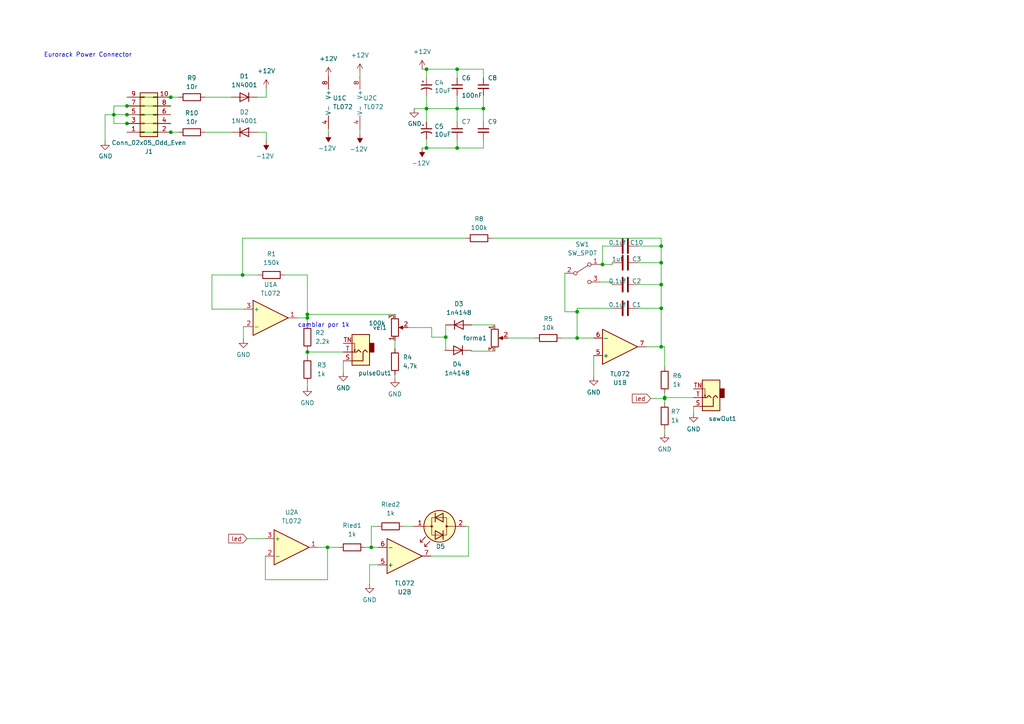
<source format=kicad_sch>
(kicad_sch (version 20230121) (generator eeschema)
  (paper "A4")
  (lib_symbols
    (symbol "Amplifier_Operational:TL072" (pin_names (offset 0.127))
      (property "Reference" "U" (at 0 5.08 0))
      (property "Value" "TL072" (at 0 -5.08 0))
      (symbol "TL072_1_1"
        (polyline (pts (xy -5.08 5.08) (xy 5.08 0) (xy -5.08 -5.08) (xy -5.08 5.08)) (stroke (width 0.254)) (fill (type background)))
        (pin output line (at 7.62 0 180) (length 2.54) (name "~") (number "1"))
        (pin input line (at -7.62 -2.54 0) (length 2.54) (name "-") (number "2"))
        (pin input line (at -7.62 2.54 0) (length 2.54) (name "+") (number "3"))
      )
      (symbol "TL072_2_1"
        (polyline (pts (xy -5.08 5.08) (xy 5.08 0) (xy -5.08 -5.08) (xy -5.08 5.08)) (stroke (width 0.254)) (fill (type background)))
        (pin input line (at -7.62 2.54 0) (length 2.54) (name "+") (number "5"))
        (pin input line (at -7.62 -2.54 0) (length 2.54) (name "-") (number "6"))
        (pin output line (at 7.62 0 180) (length 2.54) (name "~") (number "7"))
      )
      (symbol "TL072_3_1"
        (pin power_in line (at -2.54 -7.62 90) (length 3.81) (name "V-") (number "4"))
        (pin power_in line (at -2.54 7.62 270) (length 3.81) (name "V+") (number "8"))
      )
    )
    (symbol "Connector_Audio:AudioJack2_SwitchT"
      (property "Reference" "J" (at 0 8.89 0))
      (property "Value" "AudioJack2_SwitchT" (at 0 6.35 0))
      (symbol "AudioJack2_SwitchT_0_1"
        (rectangle (start -2.54 0) (end -3.81 -2.54) (stroke (width 0.254)) (fill (type outline)))
        (polyline (pts (xy 1.778 -0.254) (xy 2.032 -0.762)))
        (polyline (pts (xy 0 0) (xy 0.635 -0.635) (xy 1.27 0) (xy 2.54 0)) (stroke (width 0.254)))
        (polyline (pts (xy 2.54 -2.54) (xy 1.778 -2.54) (xy 1.778 -0.254) (xy 1.524 -0.762)))
        (polyline (pts (xy 2.54 2.54) (xy -0.635 2.54) (xy -0.635 0) (xy -1.27 -0.635) (xy -1.905 0)) (stroke (width 0.254)))
        (rectangle (start 2.54 3.81) (end -2.54 -5.08) (stroke (width 0.254)) (fill (type background)))
      )
      (symbol "AudioJack2_SwitchT_1_1"
        (pin passive line (at 5.08 2.54 180) (length 2.54) (name "~") (number "S"))
        (pin passive line (at 5.08 0 180) (length 2.54) (name "~") (number "T"))
        (pin passive line (at 5.08 -2.54 180) (length 2.54) (name "~") (number "TN"))
      )
    )
    (symbol "Connector_Generic:Conn_02x05_Odd_Even" (pin_names (offset 1.016) hide)
      (property "Reference" "J" (at 1.27 7.62 0))
      (property "Value" "Conn_02x05_Odd_Even" (at 1.27 -7.62 0))
      (symbol "Conn_02x05_Odd_Even_1_1"
        (rectangle (start -1.27 -4.953) (end 0 -5.207) (stroke (width 0.1524)))
        (rectangle (start -1.27 -2.413) (end 0 -2.667) (stroke (width 0.1524)))
        (rectangle (start -1.27 0.127) (end 0 -0.127) (stroke (width 0.1524)))
        (rectangle (start -1.27 2.667) (end 0 2.413) (stroke (width 0.1524)))
        (rectangle (start -1.27 5.207) (end 0 4.953) (stroke (width 0.1524)))
        (rectangle (start -1.27 6.35) (end 3.81 -6.35) (stroke (width 0.254)) (fill (type background)))
        (rectangle (start 3.81 -4.953) (end 2.54 -5.207) (stroke (width 0.1524)))
        (rectangle (start 3.81 -2.413) (end 2.54 -2.667) (stroke (width 0.1524)))
        (rectangle (start 3.81 0.127) (end 2.54 -0.127) (stroke (width 0.1524)))
        (rectangle (start 3.81 2.667) (end 2.54 2.413) (stroke (width 0.1524)))
        (rectangle (start 3.81 5.207) (end 2.54 4.953) (stroke (width 0.1524)))
        (pin passive line (at -5.08 5.08 0) (length 3.81) (name "Pin_1") (number "1"))
        (pin passive line (at 7.62 -5.08 180) (length 3.81) (name "Pin_10") (number "10"))
        (pin passive line (at 7.62 5.08 180) (length 3.81) (name "Pin_2") (number "2"))
        (pin passive line (at -5.08 2.54 0) (length 3.81) (name "Pin_3") (number "3"))
        (pin passive line (at 7.62 2.54 180) (length 3.81) (name "Pin_4") (number "4"))
        (pin passive line (at -5.08 0 0) (length 3.81) (name "Pin_5") (number "5"))
        (pin passive line (at 7.62 0 180) (length 3.81) (name "Pin_6") (number "6"))
        (pin passive line (at -5.08 -2.54 0) (length 3.81) (name "Pin_7") (number "7"))
        (pin passive line (at 7.62 -2.54 180) (length 3.81) (name "Pin_8") (number "8"))
        (pin passive line (at -5.08 -5.08 0) (length 3.81) (name "Pin_9") (number "9"))
      )
    )
    (symbol "Device:C" (pin_numbers hide) (pin_names (offset 0.254))
      (property "Reference" "C" (at 0.635 2.54 0))
      (property "Value" "C" (at 0.635 -2.54 0))
      (symbol "C_0_1"
        (polyline (pts (xy -2.032 -0.762) (xy 2.032 -0.762)) (stroke (width 0.508)))
        (polyline (pts (xy -2.032 0.762) (xy 2.032 0.762)) (stroke (width 0.508)))
      )
      (symbol "C_1_1"
        (pin passive line (at 0 3.81 270) (length 2.794) (name "~") (number "1"))
        (pin passive line (at 0 -3.81 90) (length 2.794) (name "~") (number "2"))
      )
    )
    (symbol "Device:CP1_Small" (pin_numbers hide) (pin_names (offset 0.254) hide)
      (property "Reference" "C" (at 0.254 1.778 0))
      (property "Value" "Device_CP1_Small" (at 0.254 -2.032 0))
      (symbol "CP1_Small_0_1"
        (polyline (pts (xy -1.524 0.508) (xy 1.524 0.508)) (stroke (width 0.3048)))
        (polyline (pts (xy -1.27 1.524) (xy -0.762 1.524)))
        (polyline (pts (xy -1.016 1.27) (xy -1.016 1.778)))
        (arc (start 1.524 -0.762) (mid 0 -0.3734) (end -1.524 -0.762) (stroke (width 0.3048)))
      )
      (symbol "CP1_Small_1_1"
        (pin passive line (at 0 2.54 270) (length 2.032) (name "~") (number "1"))
        (pin passive line (at 0 -2.54 90) (length 2.032) (name "~") (number "2"))
      )
    )
    (symbol "Device:C_Small" (pin_numbers hide) (pin_names (offset 0.254) hide)
      (property "Reference" "C" (at 0.254 1.778 0))
      (property "Value" "C_Small" (at 0.254 -2.032 0))
      (symbol "C_Small_0_1"
        (polyline (pts (xy -1.524 -0.508) (xy 1.524 -0.508)) (stroke (width 0.3302)))
        (polyline (pts (xy -1.524 0.508) (xy 1.524 0.508)) (stroke (width 0.3048)))
      )
      (symbol "C_Small_1_1"
        (pin passive line (at 0 2.54 270) (length 2.032) (name "~") (number "1"))
        (pin passive line (at 0 -2.54 90) (length 2.032) (name "~") (number "2"))
      )
    )
    (symbol "Device:D" (pin_numbers hide) (pin_names (offset 1.016) hide)
      (property "Reference" "D" (at 0 2.54 0))
      (property "Value" "D" (at 0 -2.54 0))
      (symbol "D_0_1"
        (polyline (pts (xy -1.27 1.27) (xy -1.27 -1.27)) (stroke (width 0.254)))
        (polyline (pts (xy 1.27 0) (xy -1.27 0)))
        (polyline (pts (xy 1.27 1.27) (xy 1.27 -1.27) (xy -1.27 0) (xy 1.27 1.27)) (stroke (width 0.254)))
      )
      (symbol "D_1_1"
        (pin passive line (at -3.81 0 0) (length 2.54) (name "K") (number "1"))
        (pin passive line (at 3.81 0 180) (length 2.54) (name "A") (number "2"))
      )
    )
    (symbol "Device:LED_Dual_Bidirectional" (pin_names (offset 0) hide)
      (property "Reference" "D" (at 0 5.715 0))
      (property "Value" "LED_Dual_Bidirectional" (at 0 -6.35 0))
      (symbol "LED_Dual_Bidirectional_0_1"
        (circle (center -2.032 0) (radius 0.254) (fill (type outline)))
        (polyline (pts (xy -4.572 0) (xy -2.54 0)))
        (polyline (pts (xy -2.032 0) (xy -2.54 0)))
        (polyline (pts (xy -1.016 3.81) (xy -1.016 1.27)) (stroke (width 0.254)))
        (polyline (pts (xy 1.27 -1.27) (xy 1.27 -3.81)) (stroke (width 0.254)))
        (polyline (pts (xy 4.064 0) (xy 2.286 0)) (fill (type outline)))
        (polyline (pts (xy 4.318 5.842) (xy 4.318 5.08)) (stroke (width 0.2032)))
        (polyline (pts (xy 5.588 4.572) (xy 5.588 3.81)) (stroke (width 0.2032)))
        (polyline (pts (xy 2.794 4.318) (xy 4.318 5.842) (xy 3.556 5.842)) (stroke (width 0.2032)))
        (polyline (pts (xy 4.064 3.048) (xy 5.588 4.572) (xy 4.826 4.572)) (stroke (width 0.2032)))
        (polyline (pts (xy -1.016 -1.27) (xy -1.016 -3.81) (xy 1.27 -2.54) (xy -1.016 -1.27)) (stroke (width 0.254)))
        (polyline (pts (xy 1.27 3.81) (xy 1.27 1.27) (xy -1.016 2.54) (xy 1.27 3.81)) (stroke (width 0.254)))
        (polyline (pts (xy 2.286 2.54) (xy -2.032 2.54) (xy -2.032 -2.54) (xy 2.286 -2.54) (xy 2.286 2.54)))
        (circle (center 0 0) (radius 4.572) (stroke (width 0.254)) (fill (type background)))
        (circle (center 2.286 0) (radius 0.254) (fill (type outline)))
      )
      (symbol "LED_Dual_Bidirectional_1_1"
        (pin input line (at 7.62 0 180) (length 3.81) (name "KA") (number "1"))
        (pin input line (at -7.62 0 0) (length 3.048) (name "AK") (number "2"))
      )
    )
    (symbol "Device:R" (pin_numbers hide) (pin_names (offset 0))
      (property "Reference" "R" (at 2.032 0 90))
      (property "Value" "R" (at 0 0 90))
      (symbol "R_0_1"
        (rectangle (start -1.016 -2.54) (end 1.016 2.54) (stroke (width 0.254)))
      )
      (symbol "R_1_1"
        (pin passive line (at 0 3.81 270) (length 1.27) (name "~") (number "1"))
        (pin passive line (at 0 -3.81 90) (length 1.27) (name "~") (number "2"))
      )
    )
    (symbol "Device:R_Potentiometer" (pin_names (offset 1.016) hide)
      (property "Reference" "RV" (at -4.445 0 90))
      (property "Value" "R_Potentiometer" (at -2.54 0 90))
      (symbol "R_Potentiometer_0_1"
        (polyline (pts (xy 2.54 0) (xy 1.524 0)))
        (polyline (pts (xy 1.143 0) (xy 2.286 0.508) (xy 2.286 -0.508) (xy 1.143 0)) (fill (type outline)))
        (rectangle (start 1.016 2.54) (end -1.016 -2.54) (stroke (width 0.254)))
      )
      (symbol "R_Potentiometer_1_1"
        (pin passive line (at 0 3.81 270) (length 1.27) (name "1") (number "1"))
        (pin passive line (at 3.81 0 180) (length 1.27) (name "2") (number "2"))
        (pin passive line (at 0 -3.81 90) (length 1.27) (name "3") (number "3"))
      )
    )
    (symbol "Diode:1N4001" (pin_numbers hide) (pin_names hide)
      (property "Reference" "D" (at 0 2.54 0))
      (property "Value" "1N4001" (at 0 -2.54 0))
      (symbol "1N4001_0_1"
        (polyline (pts (xy -1.27 1.27) (xy -1.27 -1.27)) (stroke (width 0.254)))
        (polyline (pts (xy 1.27 0) (xy -1.27 0)))
        (polyline (pts (xy 1.27 1.27) (xy 1.27 -1.27) (xy -1.27 0) (xy 1.27 1.27)) (stroke (width 0.254)))
      )
      (symbol "1N4001_1_1"
        (pin passive line (at -3.81 0 0) (length 2.54) (name "K") (number "1"))
        (pin passive line (at 3.81 0 180) (length 2.54) (name "A") (number "2"))
      )
    )
    (symbol "Switch:SW_SPDT" (pin_names (offset 0) hide)
      (property "Reference" "SW" (at 0 4.318 0))
      (property "Value" "SW_SPDT" (at 0 -5.08 0))
      (symbol "SW_SPDT_0_0"
        (circle (center -2.032 0) (radius 0.508))
        (circle (center 2.032 -2.54) (radius 0.508))
      )
      (symbol "SW_SPDT_0_1"
        (polyline (pts (xy -1.524 0.254) (xy 1.651 2.286)))
        (circle (center 2.032 2.54) (radius 0.508))
      )
      (symbol "SW_SPDT_1_1"
        (pin passive line (at 5.08 2.54 180) (length 2.54) (name "A") (number "1"))
        (pin passive line (at -5.08 0 0) (length 2.54) (name "B") (number "2"))
        (pin passive line (at 5.08 -2.54 180) (length 2.54) (name "C") (number "3"))
      )
    )
    (symbol "power:+12V" (power) (pin_names (offset 0))
      (property "Value" "+12V" (at 0 3.556 0))
      (symbol "+12V_0_1"
        (polyline (pts (xy -0.762 1.27) (xy 0 2.54)))
        (polyline (pts (xy 0 0) (xy 0 2.54)))
        (polyline (pts (xy 0 2.54) (xy 0.762 1.27)))
      )
      (symbol "+12V_1_1"
        (pin power_in line (at 0 0 90) (length 0) hide (name "+12V") (number "1"))
      )
    )
    (symbol "power:-12V" (power) (pin_names (offset 0))
      (property "Value" "-12V" (at 0 3.81 0))
      (symbol "-12V_0_0"
        (pin power_in line (at 0 0 90) (length 0) hide (name "-12V") (number "1"))
      )
      (symbol "-12V_0_1"
        (polyline (pts (xy 0 0) (xy 0 1.27) (xy 0.762 1.27) (xy 0 2.54) (xy -0.762 1.27) (xy 0 1.27)) (fill (type outline)))
      )
    )
    (symbol "power:GND" (power) (pin_names (offset 0))
      (property "Value" "GND" (at 0 -3.81 0))
      (symbol "GND_0_1"
        (polyline (pts (xy 0 0) (xy 0 -1.27) (xy 1.27 -1.27) (xy 0 -2.54) (xy -1.27 -1.27) (xy 0 -1.27)))
      )
      (symbol "GND_1_1"
        (pin power_in line (at 0 0 270) (length 0) hide (name "GND") (number "1"))
      )
    )
  )
  (junction (at 70.358 79.756))
  (junction (at 49.53 38.354))
  (junction (at 129.286 97.79))
  (junction (at 140.208 31.496))
  (junction (at 36.83 35.814))
  (junction (at 132.588 31.496))
  (junction (at 174.752 76.708))
  (junction (at 191.77 71.374))
  (junction (at 107.696 158.75))
  (junction (at 191.77 82.55))
  (junction (at 49.53 28.194))
  (junction (at 89.154 91.186))
  (junction (at 36.83 30.734))
  (junction (at 89.154 102.108))
  (junction (at 167.386 90.424))
  (junction (at 94.996 158.75))
  (junction (at 132.588 42.926))
  (junction (at 191.77 100.584))
  (junction (at 89.154 92.202))
  (junction (at 123.698 31.496))
  (junction (at 192.786 115.57))
  (junction (at 33.02 33.274))
  (junction (at 167.386 98.044))
  (junction (at 191.77 89.408))
  (junction (at 191.77 76.2))
  (junction (at 132.588 20.066))
  (junction (at 123.698 42.926))
  (junction (at 36.83 33.274))
  (junction (at 123.698 20.066))
  (junction (at 192.786 115.316))
  (wire (pts (xy 104.394 37.338) (xy 104.394 38.862)))
  (wire (pts (xy 129.286 101.6) (xy 129.032 101.6)))
  (wire (pts (xy 147.32 98.044) (xy 155.194 98.044)))
  (wire (pts (xy 94.996 158.75) (xy 94.996 168.148)))
  (wire (pts (xy 114.554 98.806) (xy 114.554 101.092)))
  (wire (pts (xy 36.83 33.274) (xy 49.53 33.274)))
  (wire (pts (xy 192.786 115.316) (xy 192.786 115.57)))
  (wire (pts (xy 177.546 81.788) (xy 173.99 81.788)))
  (wire (pts (xy 122.428 20.066) (xy 123.698 20.066)))
  (wire (pts (xy 99.568 104.648) (xy 99.568 107.95)))
  (wire (pts (xy 30.48 33.274) (xy 33.02 33.274)))
  (wire (pts (xy 74.676 38.354) (xy 77.216 38.354)))
  (wire (pts (xy 94.996 168.148) (xy 76.962 168.148)))
  (wire (pts (xy 105.918 158.75) (xy 107.696 158.75)))
  (wire (pts (xy 36.83 38.354) (xy 49.53 38.354)))
  (wire (pts (xy 33.02 30.734) (xy 36.83 30.734)))
  (wire (pts (xy 192.786 100.584) (xy 192.786 106.426)))
  (wire (pts (xy 172.212 103.124) (xy 172.212 109.22)))
  (wire (pts (xy 201.168 117.856) (xy 201.168 119.888)))
  (wire (pts (xy 74.676 28.194) (xy 77.216 28.194)))
  (wire (pts (xy 177.546 71.374) (xy 174.752 71.374)))
  (wire (pts (xy 123.698 20.066) (xy 132.588 20.066)))
  (wire (pts (xy 125.222 97.79) (xy 129.286 97.79)))
  (wire (pts (xy 142.748 69.088) (xy 191.77 69.088)))
  (wire (pts (xy 104.394 21.082) (xy 104.394 22.098)))
  (wire (pts (xy 132.588 20.066) (xy 140.208 20.066)))
  (wire (pts (xy 92.202 158.75) (xy 94.996 158.75)))
  (wire (pts (xy 76.962 168.148) (xy 76.962 161.29)))
  (wire (pts (xy 123.698 40.386) (xy 123.698 42.926)))
  (wire (pts (xy 132.588 40.386) (xy 132.588 42.926)))
  (wire (pts (xy 33.02 33.274) (xy 36.83 33.274)))
  (wire (pts (xy 135.128 69.088) (xy 70.358 69.088)))
  (wire (pts (xy 177.546 89.408) (xy 167.386 89.408)))
  (wire (pts (xy 59.436 28.194) (xy 67.056 28.194)))
  (wire (pts (xy 89.154 102.108) (xy 99.568 102.108)))
  (wire (pts (xy 82.55 79.756) (xy 89.154 79.756)))
  (wire (pts (xy 89.154 92.202) (xy 86.106 92.202)))
  (wire (pts (xy 49.53 38.354) (xy 51.816 38.354)))
  (wire (pts (xy 129.286 97.79) (xy 129.286 101.6)))
  (wire (pts (xy 163.83 90.424) (xy 167.386 90.424)))
  (wire (pts (xy 107.188 169.418) (xy 107.188 163.83)))
  (wire (pts (xy 132.588 31.496) (xy 132.588 35.306)))
  (wire (pts (xy 140.208 40.386) (xy 140.208 42.926)))
  (wire (pts (xy 89.154 91.186) (xy 89.154 92.202)))
  (wire (pts (xy 185.166 89.408) (xy 191.77 89.408)))
  (wire (pts (xy 132.588 31.496) (xy 140.208 31.496)))
  (wire (pts (xy 74.93 79.756) (xy 70.358 79.756)))
  (wire (pts (xy 89.154 91.186) (xy 114.554 91.186)))
  (wire (pts (xy 135.128 152.654) (xy 135.89 152.654)))
  (wire (pts (xy 107.696 152.654) (xy 109.474 152.654)))
  (wire (pts (xy 191.77 82.55) (xy 191.77 89.408)))
  (wire (pts (xy 33.02 30.734) (xy 33.02 33.274)))
  (wire (pts (xy 140.208 27.686) (xy 140.208 31.496)))
  (wire (pts (xy 177.546 82.55) (xy 177.546 81.788)))
  (wire (pts (xy 77.216 25.654) (xy 77.216 28.194)))
  (wire (pts (xy 59.436 38.354) (xy 67.056 38.354)))
  (wire (pts (xy 107.188 163.83) (xy 109.728 163.83)))
  (wire (pts (xy 135.89 152.654) (xy 135.89 161.29)))
  (wire (pts (xy 177.546 76.708) (xy 177.546 76.2)))
  (wire (pts (xy 30.48 33.274) (xy 30.48 40.894)))
  (wire (pts (xy 120.142 31.496) (xy 123.698 31.496)))
  (wire (pts (xy 192.786 115.57) (xy 192.786 116.84)))
  (wire (pts (xy 61.468 79.756) (xy 61.468 89.662)))
  (wire (pts (xy 191.77 100.584) (xy 192.786 100.584)))
  (wire (pts (xy 114.554 108.712) (xy 114.554 109.728)))
  (wire (pts (xy 70.612 94.742) (xy 70.866 94.742)))
  (wire (pts (xy 89.154 79.756) (xy 89.154 91.186)))
  (wire (pts (xy 36.83 35.814) (xy 49.53 35.814)))
  (wire (pts (xy 89.154 92.202) (xy 89.154 93.98)))
  (wire (pts (xy 36.83 28.194) (xy 49.53 28.194)))
  (wire (pts (xy 187.452 100.584) (xy 191.77 100.584)))
  (wire (pts (xy 136.652 101.854) (xy 136.652 101.6)))
  (wire (pts (xy 191.77 69.088) (xy 191.77 71.374)))
  (wire (pts (xy 188.722 115.57) (xy 192.786 115.57)))
  (wire (pts (xy 167.386 98.044) (xy 172.212 98.044)))
  (wire (pts (xy 129.286 94.234) (xy 129.286 97.79)))
  (wire (pts (xy 191.77 76.2) (xy 191.77 82.55)))
  (wire (pts (xy 192.786 114.046) (xy 192.786 115.316)))
  (wire (pts (xy 185.166 82.55) (xy 191.77 82.55)))
  (wire (pts (xy 185.166 71.374) (xy 191.77 71.374)))
  (wire (pts (xy 135.89 161.29) (xy 124.968 161.29)))
  (wire (pts (xy 70.358 69.088) (xy 70.358 79.756)))
  (wire (pts (xy 140.208 31.496) (xy 140.208 35.306)))
  (wire (pts (xy 192.786 115.316) (xy 201.168 115.316)))
  (wire (pts (xy 173.99 76.708) (xy 174.752 76.708)))
  (wire (pts (xy 191.77 89.408) (xy 191.77 100.584)))
  (wire (pts (xy 89.154 101.6) (xy 89.154 102.108)))
  (wire (pts (xy 107.696 158.75) (xy 109.728 158.75)))
  (wire (pts (xy 140.208 20.066) (xy 140.208 22.606)))
  (wire (pts (xy 123.698 31.496) (xy 132.588 31.496)))
  (wire (pts (xy 70.612 98.298) (xy 70.612 94.742)))
  (wire (pts (xy 143.51 101.854) (xy 136.652 101.854)))
  (wire (pts (xy 174.752 76.708) (xy 177.546 76.708)))
  (wire (pts (xy 122.428 42.926) (xy 123.698 42.926)))
  (wire (pts (xy 132.588 22.606) (xy 132.588 20.066)))
  (wire (pts (xy 162.814 98.044) (xy 167.386 98.044)))
  (wire (pts (xy 107.696 152.654) (xy 107.696 158.75)))
  (wire (pts (xy 163.83 79.248) (xy 163.83 90.424)))
  (wire (pts (xy 123.698 42.926) (xy 132.588 42.926)))
  (wire (pts (xy 94.996 158.75) (xy 98.298 158.75)))
  (wire (pts (xy 123.698 27.686) (xy 123.698 31.496)))
  (wire (pts (xy 132.588 27.686) (xy 132.588 31.496)))
  (wire (pts (xy 70.358 79.756) (xy 61.468 79.756)))
  (wire (pts (xy 77.216 40.894) (xy 77.216 38.354)))
  (wire (pts (xy 89.154 110.998) (xy 89.154 112.268)))
  (wire (pts (xy 123.698 22.606) (xy 123.698 20.066)))
  (wire (pts (xy 89.154 102.108) (xy 89.154 103.378)))
  (wire (pts (xy 167.386 90.424) (xy 167.386 98.044)))
  (wire (pts (xy 36.83 30.734) (xy 49.53 30.734)))
  (wire (pts (xy 33.02 33.274) (xy 33.02 35.814)))
  (wire (pts (xy 61.468 89.662) (xy 70.866 89.662)))
  (wire (pts (xy 123.698 31.496) (xy 123.698 35.306)))
  (wire (pts (xy 117.094 152.654) (xy 119.888 152.654)))
  (wire (pts (xy 167.386 89.408) (xy 167.386 90.424)))
  (wire (pts (xy 118.364 94.996) (xy 125.222 94.996)))
  (wire (pts (xy 33.02 35.814) (xy 36.83 35.814)))
  (wire (pts (xy 71.628 156.21) (xy 76.962 156.21)))
  (wire (pts (xy 49.53 28.194) (xy 51.816 28.194)))
  (wire (pts (xy 125.222 94.996) (xy 125.222 97.79)))
  (wire (pts (xy 136.906 94.234) (xy 143.51 94.234)))
  (wire (pts (xy 191.77 71.374) (xy 191.77 76.2)))
  (wire (pts (xy 132.588 42.926) (xy 140.208 42.926)))
  (wire (pts (xy 185.166 76.2) (xy 191.77 76.2)))
  (wire (pts (xy 192.786 124.46) (xy 192.786 125.73)))
  (wire (pts (xy 174.752 71.374) (xy 174.752 76.708)))
  (wire (pts (xy 95.25 37.338) (xy 95.25 38.608)))
  (text "cambiar por 1k\n" (at 86.36 95.123 0) (effects (font (size 1.27 1.27)) (justify left bottom)))
  (text "Eurorack Power Connector" (at 12.7 16.764 0) (effects (font (size 1.27 1.27)) (justify left bottom)))
  (global_label "led" (shape input) (at 188.722 115.57 180) (property "Intersheetrefs" "${INTERSHEET_REFS}" (effects hide)))
  (global_label "led" (shape input) (at 71.628 156.21 180) (property "Intersheetrefs" "${INTERSHEET_REFS}" (effects hide)))
  (symbol (lib_id "power:-12V") (at 77.216 40.894 180) (unit 1)
    (property "Reference" "#PWR03" (effects hide))
    (property "Value" "-12V" (at 76.835 45.2882 0))
  )
  (symbol (lib_id "Device:C") (at 181.356 71.374 90) (unit 1)
    (property "Reference" "C10" (at 184.658 70.358 90))
    (property "Value" "0.1uf" (at 179.07 70.358 90))
    (property "Footprint" "Capacitor_THT:C_Disc_D4.3mm_W1.9mm_P5.00mm" (effects hide))
  )
  (symbol (lib_id "Device:R") (at 55.626 28.194 90) (unit 1)
    (property "Reference" "R9" (at 55.626 22.606 90))
    (property "Value" "10r" (at 55.626 25.146 90))
    (property "Footprint" "Resistor_SMD:R_0603_1608Metric_Pad0.98x0.95mm_HandSolder" (effects hide))
  )
  (symbol (lib_id "Amplifier_Operational:TL072") (at 179.832 100.584 0) (mirror x) (unit 2)
    (property "Reference" "U1" (at 179.832 110.998 0))
    (property "Value" "TL072" (at 179.832 108.458 0))
    (property "Footprint" "Package_SO:SOP-8_3.76x4.96mm_P1.27mm" (effects hide))
    (property "Datasheet" "http://www.ti.com/lit/ds/symlink/tl071.pdf" (effects hide))
  )
  (symbol (lib_id "Device:R") (at 113.284 152.654 90) (unit 1)
    (property "Reference" "Rled2" (at 113.284 146.304 90))
    (property "Value" "1k" (at 113.284 148.844 90))
    (property "Footprint" "Resistor_SMD:R_0603_1608Metric_Pad0.98x0.95mm_HandSolder" (effects hide))
  )
  (symbol (lib_id "Device:R") (at 89.154 97.79 0) (unit 1)
    (property "Reference" "R2" (at 91.44 96.52 0) (effects (justify left)))
    (property "Value" "2.2k" (at 91.44 99.06 0) (effects (justify left)))
    (property "Footprint" "Resistor_SMD:R_0603_1608Metric_Pad0.98x0.95mm_HandSolder" (effects hide))
  )
  (symbol (lib_id "power:GND") (at 89.154 112.268 0) (unit 1)
    (property "Reference" "#PWR06" (effects hide))
    (property "Value" "GND" (at 89.154 116.84 0))
  )
  (symbol (lib_id "power:+12V") (at 95.25 22.098 0) (unit 1)
    (property "Reference" "#PWR011" (effects hide))
    (property "Value" "+12V" (at 95.25 17.018 0))
  )
  (symbol (lib_id "Device:C_Small") (at 140.208 25.146 0) (unit 1)
    (property "Reference" "C8" (at 141.478 22.606 0) (effects (justify left)))
    (property "Value" "100nF" (effects hide))
    (property "Footprint" "Capacitor_SMD:C_0603_1608Metric_Pad1.08x0.95mm_HandSolder" (effects hide))
  )
  (symbol (lib_id "Amplifier_Operational:TL072") (at 106.934 29.718 0) (unit 3)
    (property "Reference" "U2" (at 105.41 28.448 0) (effects (justify left)))
    (property "Value" "TL072" (at 105.41 30.988 0) (effects (justify left)))
    (property "Footprint" "Package_SO:SOP-8_3.76x4.96mm_P1.27mm" (effects hide))
    (property "Datasheet" "http://www.ti.com/lit/ds/symlink/tl071.pdf" (effects hide))
  )
  (symbol (lib_id "power:+12V") (at 104.394 21.082 0) (unit 1)
    (property "Reference" "#PWR015" (effects hide))
    (property "Value" "+12V" (at 104.394 16.002 0))
  )
  (symbol (lib_id "Device:R") (at 114.554 104.902 0) (unit 1)
    (property "Reference" "R4" (at 116.84 103.632 0) (effects (justify left)))
    (property "Value" "4.7k" (at 116.84 106.172 0) (effects (justify left)))
    (property "Footprint" "Resistor_SMD:R_0603_1608Metric_Pad0.98x0.95mm_HandSolder" (effects hide))
  )
  (symbol (lib_id "Amplifier_Operational:TL072") (at 97.79 29.718 0) (unit 3)
    (property "Reference" "U1" (at 96.52 28.448 0) (effects (justify left)))
    (property "Value" "TL072" (at 96.52 30.988 0) (effects (justify left)))
    (property "Footprint" "Package_SO:SOP-8_3.76x4.96mm_P1.27mm" (effects hide))
    (property "Datasheet" "http://www.ti.com/lit/ds/symlink/tl071.pdf" (effects hide))
  )
  (symbol (lib_id "power:-12V") (at 104.394 38.862 180) (unit 1)
    (property "Reference" "#PWR014" (effects hide))
    (property "Value" "-12V" (at 104.013 43.2562 0))
  )
  (symbol (lib_id "power:GND") (at 192.786 125.73 0) (unit 1)
    (property "Reference" "#PWR09" (effects hide))
    (property "Value" "GND" (at 192.786 130.302 0))
  )
  (symbol (lib_id "Device:R") (at 89.154 107.188 0) (unit 1)
    (property "Reference" "R3" (at 91.948 105.918 0) (effects (justify left)))
    (property "Value" "1k" (at 91.948 108.458 0) (effects (justify left)))
    (property "Footprint" "Resistor_SMD:R_0603_1608Metric_Pad0.98x0.95mm_HandSolder" (effects hide))
  )
  (symbol (lib_id "Device:R_Potentiometer") (at 143.51 98.044 0) (unit 1)
    (property "Reference" "forma1" (at 141.224 98.044 0) (effects (justify right)))
    (property "Value" "500k" (effects hide))
    (property "Footprint" "0deS:PotGndPin1" (effects hide))
  )
  (symbol (lib_id "Device:R") (at 55.626 38.354 90) (unit 1)
    (property "Reference" "R10" (at 55.626 32.766 90))
    (property "Value" "10r" (at 55.626 35.306 90))
    (property "Footprint" "Resistor_SMD:R_0603_1608Metric_Pad0.98x0.95mm_HandSolder" (effects hide))
  )
  (symbol (lib_id "power:-12V") (at 122.428 42.926 180) (unit 1)
    (property "Reference" "#PWR017" (effects hide))
    (property "Value" "-12V" (at 122.047 47.3202 0))
  )
  (symbol (lib_id "Amplifier_Operational:TL072") (at 84.582 158.75 0) (unit 1)
    (property "Reference" "U2" (at 84.582 148.59 0))
    (property "Value" "TL072" (at 84.582 151.13 0))
    (property "Footprint" "Package_SO:SOP-8_3.76x4.96mm_P1.27mm" (effects hide))
    (property "Datasheet" "http://www.ti.com/lit/ds/symlink/tl071.pdf" (effects hide))
  )
  (symbol (lib_id "power:GND") (at 99.568 107.95 0) (unit 1)
    (property "Reference" "#PWR05" (effects hide))
    (property "Value" "GND" (at 99.568 112.522 0))
  )
  (symbol (lib_id "power:GND") (at 172.212 109.22 0) (unit 1)
    (property "Reference" "#PWR08" (effects hide))
    (property "Value" "GND" (at 172.212 113.792 0))
  )
  (symbol (lib_id "Connector_Audio:AudioJack2_SwitchT") (at 104.648 102.108 180) (unit 1)
    (property "Reference" "pulseOut1" (at 103.886 108.204 0) (effects (justify right)))
    (property "Value" "AudioJack2_SwitchT" (effects hide))
    (property "Footprint" "0deS:jackEuroTSTN" (effects hide))
  )
  (symbol (lib_id "Device:R") (at 78.74 79.756 270) (unit 1)
    (property "Reference" "R1" (at 78.74 73.66 90))
    (property "Value" "150k" (at 78.74 76.2 90))
    (property "Footprint" "Resistor_SMD:R_0603_1608Metric_Pad0.98x0.95mm_HandSolder" (effects hide))
  )
  (symbol (lib_id "Device:D") (at 133.096 94.234 0) (unit 1)
    (property "Reference" "D3" (at 133.096 88.138 0))
    (property "Value" "1n4148" (at 133.096 90.678 0))
    (property "Footprint" "Diode_SMD:D_SOD-123" (effects hide))
    (property "Sim.Device" "D" (effects hide))
    (property "Sim.Pins" "1=K 2=A" (effects hide))
  )
  (symbol (lib_id "power:GND") (at 120.142 31.496 0) (unit 1)
    (property "Reference" "#PWR018" (effects hide))
    (property "Value" "GND" (at 120.269 35.8902 0))
  )
  (symbol (lib_id "Connector_Generic:Conn_02x05_Odd_Even") (at 41.91 33.274 0) (mirror x) (unit 1)
    (property "Reference" "J1" (at 43.18 43.942 0))
    (property "Value" "Conn_02x05_Odd_Even" (at 43.18 41.402 0))
    (property "Footprint" "Connector_IDC:IDC-Header_2x05_P2.54mm_Vertical" (effects hide))
  )
  (symbol (lib_id "Device:R_Potentiometer") (at 114.554 94.996 0) (mirror x) (unit 1)
    (property "Reference" "vel1" (at 112.268 94.996 0) (effects (justify right)))
    (property "Value" "100k" (at 111.76 93.726 0) (effects (justify right)))
    (property "Footprint" "0deS:PotGndPin1" (effects hide))
  )
  (symbol (lib_id "Device:R") (at 102.108 158.75 90) (unit 1)
    (property "Reference" "Rled1" (at 102.108 152.4 90))
    (property "Value" "1k" (at 102.108 154.94 90))
    (property "Footprint" "Resistor_SMD:R_0603_1608Metric_Pad0.98x0.95mm_HandSolder" (effects hide))
  )
  (symbol (lib_id "Device:R") (at 138.938 69.088 90) (unit 1)
    (property "Reference" "R8" (at 138.938 63.5 90))
    (property "Value" "100k" (at 138.938 66.04 90))
    (property "Footprint" "Resistor_SMD:R_0603_1608Metric_Pad0.98x0.95mm_HandSolder" (effects hide))
  )
  (symbol (lib_id "Diode:1N4001") (at 70.866 38.354 0) (unit 1)
    (property "Reference" "D2" (at 70.866 32.512 0))
    (property "Value" "1N4001" (at 70.866 35.052 0))
    (property "Footprint" "Diode_SMD:D_SOD-123" (effects hide))
    (property "Datasheet" "http://www.vishay.com/docs/88503/1n4001.pdf" (effects hide))
    (property "Sim.Device" "D" (effects hide))
    (property "Sim.Pins" "1=K 2=A" (effects hide))
  )
  (symbol (lib_id "power:GND") (at 201.168 119.888 0) (unit 1)
    (property "Reference" "#PWR010" (effects hide))
    (property "Value" "GND" (at 201.168 124.46 0))
  )
  (symbol (lib_id "power:+12V") (at 77.216 25.654 0) (unit 1)
    (property "Reference" "#PWR02" (effects hide))
    (property "Value" "+12V" (at 77.216 20.574 0))
  )
  (symbol (lib_id "power:GND") (at 107.188 169.418 0) (unit 1)
    (property "Reference" "#PWR013" (effects hide))
    (property "Value" "GND" (at 107.188 173.99 0))
  )
  (symbol (lib_id "power:+12V") (at 122.428 20.066 0) (unit 1)
    (property "Reference" "#PWR016" (effects hide))
    (property "Value" "+12V" (at 122.428 14.986 0))
  )
  (symbol (lib_id "Device:C_Small") (at 140.208 37.846 0) (unit 1)
    (property "Reference" "C9" (at 141.478 35.306 0) (effects (justify left)))
    (property "Value" "100nF" (effects hide))
    (property "Footprint" "Capacitor_SMD:C_0603_1608Metric_Pad1.08x0.95mm_HandSolder" (effects hide))
  )
  (symbol (lib_id "Device:C") (at 181.356 82.55 90) (unit 1)
    (property "Reference" "C2" (at 184.658 81.534 90))
    (property "Value" "0.1uf" (at 179.07 81.534 90))
    (property "Footprint" "Capacitor_SMD:C_0603_1608Metric_Pad1.08x0.95mm_HandSolder" (effects hide))
  )
  (symbol (lib_id "Device:R") (at 192.786 120.65 0) (unit 1)
    (property "Reference" "R7" (at 194.564 119.38 0) (effects (justify left)))
    (property "Value" "1k" (at 194.564 121.92 0) (effects (justify left)))
    (property "Footprint" "Resistor_SMD:R_0603_1608Metric_Pad0.98x0.95mm_HandSolder" (effects hide))
  )
  (symbol (lib_id "power:GND") (at 70.612 98.298 0) (unit 1)
    (property "Reference" "#PWR04" (effects hide))
    (property "Value" "GND" (at 70.612 102.87 0))
  )
  (symbol (lib_id "Device:C_Small") (at 132.588 37.846 0) (unit 1)
    (property "Reference" "C7" (at 133.858 35.306 0) (effects (justify left)))
    (property "Value" "100nF" (effects hide))
    (property "Footprint" "Capacitor_SMD:C_0603_1608Metric_Pad1.08x0.95mm_HandSolder" (effects hide))
  )
  (symbol (lib_id "Device:CP1_Small") (at 123.698 37.846 0) (unit 1)
    (property "Reference" "C5" (at 126.0094 36.6776 0) (effects (justify left)))
    (property "Value" "10uF" (at 126.0094 38.989 0) (effects (justify left)))
    (property "Footprint" "Capacitor_SMD:C_0805_2012Metric_Pad1.18x1.45mm_HandSolder" (effects hide))
    (property "Comment " "Electrolytic cap" (effects hide))
  )
  (symbol (lib_id "Device:C") (at 181.356 89.408 90) (unit 1)
    (property "Reference" "C1" (at 184.658 88.392 90))
    (property "Value" "0.1uf" (at 179.07 88.392 90))
    (property "Footprint" "Capacitor_SMD:C_0603_1608Metric_Pad1.08x0.95mm_HandSolder" (effects hide))
  )
  (symbol (lib_id "Device:LED_Dual_Bidirectional") (at 127.508 152.654 180) (unit 1)
    (property "Reference" "D5" (at 127.762 158.496 0))
    (property "Value" "LED_Dual_Bidirectional" (effects hide))
    (property "Footprint" "LED_THT:LED_D3.0mm_Clear" (effects hide))
  )
  (symbol (lib_id "power:GND") (at 114.554 109.728 0) (unit 1)
    (property "Reference" "#PWR07" (effects hide))
    (property "Value" "GND" (at 114.554 114.3 0))
  )
  (symbol (lib_id "Device:CP1_Small") (at 123.698 25.146 0) (unit 1)
    (property "Reference" "C4" (at 126.0094 23.9776 0) (effects (justify left)))
    (property "Value" "10uF" (at 126.0094 26.289 0) (effects (justify left)))
    (property "Footprint" "Capacitor_SMD:C_0805_2012Metric_Pad1.18x1.45mm_HandSolder" (effects hide))
    (property "Comment " "Electrolytic cap" (effects hide))
  )
  (symbol (lib_id "power:-12V") (at 95.25 38.608 180) (unit 1)
    (property "Reference" "#PWR012" (effects hide))
    (property "Value" "-12V" (at 94.869 43.0022 0))
  )
  (symbol (lib_id "Diode:1N4001") (at 70.866 28.194 180) (unit 1)
    (property "Reference" "D1" (at 70.866 22.098 0))
    (property "Value" "1N4001" (at 70.866 24.638 0))
    (property "Footprint" "Diode_SMD:D_SOD-123" (effects hide))
    (property "Datasheet" "http://www.vishay.com/docs/88503/1n4001.pdf" (effects hide))
    (property "Sim.Device" "D" (effects hide))
    (property "Sim.Pins" "1=K 2=A" (effects hide))
  )
  (symbol (lib_id "power:GND") (at 30.48 40.894 0) (unit 1)
    (property "Reference" "#PWR01" (effects hide))
    (property "Value" "GND" (at 30.607 45.2882 0))
  )
  (symbol (lib_id "Connector_Audio:AudioJack2_SwitchT") (at 206.248 115.316 180) (unit 1)
    (property "Reference" "sawOut1" (at 205.486 121.412 0) (effects (justify right)))
    (property "Value" "AudioJack2_SwitchT" (effects hide))
    (property "Footprint" "0deS:jackEuroTSTN" (effects hide))
  )
  (symbol (lib_id "Amplifier_Operational:TL072") (at 117.348 161.29 0) (mirror x) (unit 2)
    (property "Reference" "U2" (at 117.348 171.704 0))
    (property "Value" "TL072" (at 117.348 169.164 0))
    (property "Footprint" "Package_SO:SOP-8_3.76x4.96mm_P1.27mm" (effects hide))
    (property "Datasheet" "http://www.ti.com/lit/ds/symlink/tl071.pdf" (effects hide))
  )
  (symbol (lib_id "Device:R") (at 192.786 110.236 0) (unit 1)
    (property "Reference" "R6" (at 195.072 108.966 0) (effects (justify left)))
    (property "Value" "1k" (at 195.072 111.506 0) (effects (justify left)))
    (property "Footprint" "Resistor_SMD:R_0603_1608Metric_Pad0.98x0.95mm_HandSolder" (effects hide))
  )
  (symbol (lib_id "Device:D") (at 132.842 101.6 180) (unit 1)
    (property "Reference" "D4" (at 132.588 105.664 0))
    (property "Value" "1n4148" (at 132.588 108.204 0))
    (property "Footprint" "Diode_SMD:D_SOD-123" (effects hide))
    (property "Sim.Device" "D" (effects hide))
    (property "Sim.Pins" "1=K 2=A" (effects hide))
  )
  (symbol (lib_id "Device:R") (at 159.004 98.044 90) (unit 1)
    (property "Reference" "R5" (at 159.004 92.456 90))
    (property "Value" "10k" (at 159.004 94.996 90))
    (property "Footprint" "Resistor_SMD:R_0603_1608Metric_Pad0.98x0.95mm_HandSolder" (effects hide))
  )
  (symbol (lib_id "Amplifier_Operational:TL072") (at 78.486 92.202 0) (unit 1)
    (property "Reference" "U1" (at 78.486 82.55 0))
    (property "Value" "TL072" (at 78.486 85.09 0))
    (property "Footprint" "Package_SO:SOP-8_3.76x4.96mm_P1.27mm" (effects hide))
    (property "Datasheet" "http://www.ti.com/lit/ds/symlink/tl071.pdf" (effects hide))
  )
  (symbol (lib_id "Device:C_Small") (at 132.588 25.146 0) (unit 1)
    (property "Reference" "C6" (at 133.858 22.606 0) (effects (justify left)))
    (property "Value" "100nF" (at 133.858 27.686 0) (effects (justify left)))
    (property "Footprint" "Capacitor_SMD:C_0603_1608Metric_Pad1.08x0.95mm_HandSolder" (effects hide))
  )
  (symbol (lib_id "Switch:SW_SPDT") (at 168.91 79.248 0) (unit 1)
    (property "Reference" "SW1" (at 168.91 70.866 0))
    (property "Value" "SW_SPDT" (at 168.91 73.406 0))
    (property "Footprint" "0deS:colader" (effects hide))
  )
  (symbol (lib_id "Device:C") (at 181.356 76.2 90) (unit 1)
    (property "Reference" "C3" (at 184.658 75.184 90))
    (property "Value" "1uf" (at 179.07 75.184 90))
    (property "Footprint" "Capacitor_SMD:C_0603_1608Metric_Pad1.08x0.95mm_HandSolder" (effects hide))
  )
)
</source>
